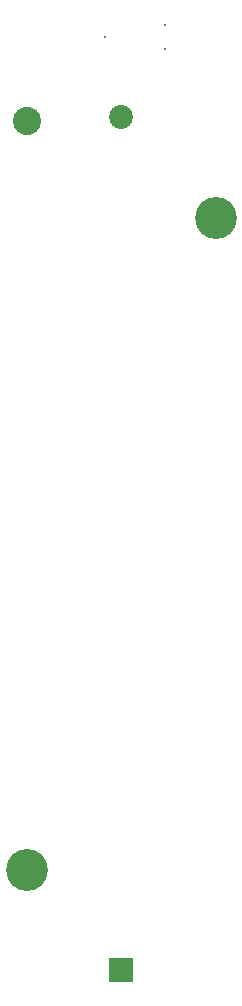
<source format=gbs>
G04*
G04 #@! TF.GenerationSoftware,Altium Limited,Altium Designer,24.5.2 (23)*
G04*
G04 Layer_Color=16711935*
%FSLAX44Y44*%
%MOMM*%
G71*
G04*
G04 #@! TF.SameCoordinates,2FE71BF4-1BC5-4688-A169-50693282DBDC*
G04*
G04*
G04 #@! TF.FilePolarity,Negative*
G04*
G01*
G75*
%ADD35R,2.0200X2.0200*%
%ADD36C,2.0200*%
%ADD37C,3.5500*%
%ADD38C,2.3900*%
%ADD39C,0.3032*%
D35*
X364480Y300980D02*
D03*
D36*
Y1023180D02*
D03*
D37*
X444480Y938080D02*
D03*
X284480Y386080D02*
D03*
D38*
Y1020080D02*
D03*
D39*
X401320Y1101090D02*
D03*
Y1080770D02*
D03*
X350520Y1090930D02*
D03*
M02*

</source>
